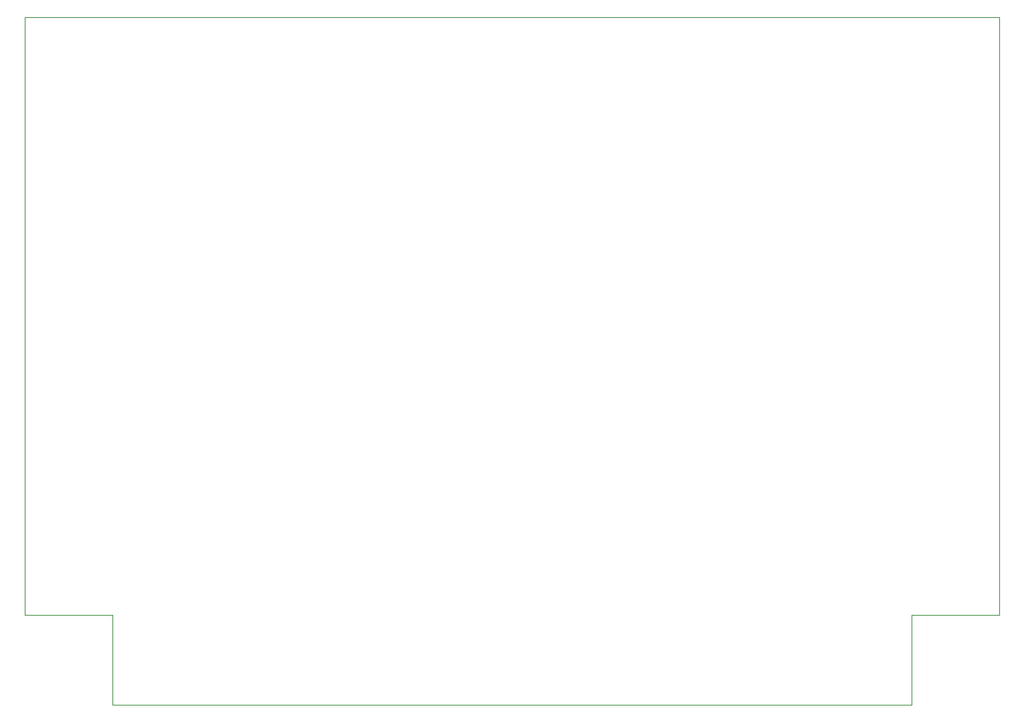
<source format=gbr>
G04 #@! TF.GenerationSoftware,KiCad,Pcbnew,(5.1.5-0)*
G04 #@! TF.CreationDate,2021-03-10T11:50:09+01:00*
G04 #@! TF.ProjectId,Apple1Cartridge,4170706c-6531-4436-9172-747269646765,rev?*
G04 #@! TF.SameCoordinates,Original*
G04 #@! TF.FileFunction,Profile,NP*
%FSLAX46Y46*%
G04 Gerber Fmt 4.6, Leading zero omitted, Abs format (unit mm)*
G04 Created by KiCad (PCBNEW (5.1.5-0)) date 2021-03-10 11:50:09*
%MOMM*%
%LPD*%
G04 APERTURE LIST*
%ADD10C,0.050000*%
G04 APERTURE END LIST*
D10*
X202834240Y-131127500D02*
X202834240Y-63557400D01*
X92725240Y-63557400D02*
X202834240Y-63557400D01*
X92725240Y-131127500D02*
X92725240Y-63557400D01*
X102643940Y-131127500D02*
X92725240Y-131127500D01*
X192915540Y-131127500D02*
X202834240Y-131127500D01*
X192915540Y-132880100D02*
X192915540Y-131127500D01*
X102643940Y-132397500D02*
X102643940Y-131127500D01*
X192915540Y-140119100D02*
X192915540Y-140169900D01*
X192915540Y-141287500D02*
X192915540Y-140119100D01*
X191124840Y-141287500D02*
X192915540Y-141287500D01*
X192915540Y-140169900D02*
X192915540Y-132880100D01*
X102643940Y-141287500D02*
X102643940Y-140487400D01*
X105793540Y-141287500D02*
X102643940Y-141287500D01*
X102643940Y-140487400D02*
X102643940Y-132397500D01*
X105793540Y-141287500D02*
X191124840Y-141287500D01*
M02*

</source>
